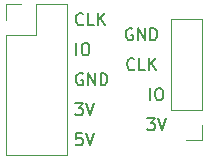
<source format=gbr>
G04 #@! TF.GenerationSoftware,KiCad,Pcbnew,(5.1.5)-2*
G04 #@! TF.CreationDate,2019-12-06T13:47:24+11:00*
G04 #@! TF.ProjectId,SWD-Breakout,5357442d-4272-4656-916b-6f75742e6b69,rev?*
G04 #@! TF.SameCoordinates,Original*
G04 #@! TF.FileFunction,Legend,Top*
G04 #@! TF.FilePolarity,Positive*
%FSLAX46Y46*%
G04 Gerber Fmt 4.6, Leading zero omitted, Abs format (unit mm)*
G04 Created by KiCad (PCBNEW (5.1.5)-2) date 2019-12-06 13:47:24*
%MOMM*%
%LPD*%
G04 APERTURE LIST*
%ADD10C,0.150000*%
%ADD11C,0.120000*%
G04 APERTURE END LIST*
D10*
X141128761Y-76557142D02*
X141081142Y-76604761D01*
X140938285Y-76652380D01*
X140843047Y-76652380D01*
X140700190Y-76604761D01*
X140604952Y-76509523D01*
X140557333Y-76414285D01*
X140509714Y-76223809D01*
X140509714Y-76080952D01*
X140557333Y-75890476D01*
X140604952Y-75795238D01*
X140700190Y-75700000D01*
X140843047Y-75652380D01*
X140938285Y-75652380D01*
X141081142Y-75700000D01*
X141128761Y-75747619D01*
X142033523Y-76652380D02*
X141557333Y-76652380D01*
X141557333Y-75652380D01*
X142366857Y-76652380D02*
X142366857Y-75652380D01*
X142938285Y-76652380D02*
X142509714Y-76080952D01*
X142938285Y-75652380D02*
X142366857Y-76223809D01*
X140557333Y-79192380D02*
X140557333Y-78192380D01*
X141224000Y-78192380D02*
X141414476Y-78192380D01*
X141509714Y-78240000D01*
X141604952Y-78335238D01*
X141652571Y-78525714D01*
X141652571Y-78859047D01*
X141604952Y-79049523D01*
X141509714Y-79144761D01*
X141414476Y-79192380D01*
X141224000Y-79192380D01*
X141128762Y-79144761D01*
X141033523Y-79049523D01*
X140985904Y-78859047D01*
X140985904Y-78525714D01*
X141033523Y-78335238D01*
X141128762Y-78240000D01*
X141224000Y-78192380D01*
X145288095Y-76970000D02*
X145192857Y-76922380D01*
X145050000Y-76922380D01*
X144907142Y-76970000D01*
X144811904Y-77065238D01*
X144764285Y-77160476D01*
X144716666Y-77350952D01*
X144716666Y-77493809D01*
X144764285Y-77684285D01*
X144811904Y-77779523D01*
X144907142Y-77874761D01*
X145050000Y-77922380D01*
X145145238Y-77922380D01*
X145288095Y-77874761D01*
X145335714Y-77827142D01*
X145335714Y-77493809D01*
X145145238Y-77493809D01*
X145764285Y-77922380D02*
X145764285Y-76922380D01*
X146335714Y-77922380D01*
X146335714Y-76922380D01*
X146811904Y-77922380D02*
X146811904Y-76922380D01*
X147050000Y-76922380D01*
X147192857Y-76970000D01*
X147288095Y-77065238D01*
X147335714Y-77160476D01*
X147383333Y-77350952D01*
X147383333Y-77493809D01*
X147335714Y-77684285D01*
X147288095Y-77779523D01*
X147192857Y-77874761D01*
X147050000Y-77922380D01*
X146811904Y-77922380D01*
X145454761Y-80367142D02*
X145407142Y-80414761D01*
X145264285Y-80462380D01*
X145169047Y-80462380D01*
X145026190Y-80414761D01*
X144930952Y-80319523D01*
X144883333Y-80224285D01*
X144835714Y-80033809D01*
X144835714Y-79890952D01*
X144883333Y-79700476D01*
X144930952Y-79605238D01*
X145026190Y-79510000D01*
X145169047Y-79462380D01*
X145264285Y-79462380D01*
X145407142Y-79510000D01*
X145454761Y-79557619D01*
X146359523Y-80462380D02*
X145883333Y-80462380D01*
X145883333Y-79462380D01*
X146692857Y-80462380D02*
X146692857Y-79462380D01*
X147264285Y-80462380D02*
X146835714Y-79890952D01*
X147264285Y-79462380D02*
X146692857Y-80033809D01*
X146796190Y-83002380D02*
X146796190Y-82002380D01*
X147462857Y-82002380D02*
X147653333Y-82002380D01*
X147748571Y-82050000D01*
X147843809Y-82145238D01*
X147891428Y-82335714D01*
X147891428Y-82669047D01*
X147843809Y-82859523D01*
X147748571Y-82954761D01*
X147653333Y-83002380D01*
X147462857Y-83002380D01*
X147367619Y-82954761D01*
X147272380Y-82859523D01*
X147224761Y-82669047D01*
X147224761Y-82335714D01*
X147272380Y-82145238D01*
X147367619Y-82050000D01*
X147462857Y-82002380D01*
X146558095Y-84542380D02*
X147177142Y-84542380D01*
X146843809Y-84923333D01*
X146986666Y-84923333D01*
X147081904Y-84970952D01*
X147129523Y-85018571D01*
X147177142Y-85113809D01*
X147177142Y-85351904D01*
X147129523Y-85447142D01*
X147081904Y-85494761D01*
X146986666Y-85542380D01*
X146700952Y-85542380D01*
X146605714Y-85494761D01*
X146558095Y-85447142D01*
X147462857Y-84542380D02*
X147796190Y-85542380D01*
X148129523Y-84542380D01*
X141081142Y-80780000D02*
X140985904Y-80732380D01*
X140843047Y-80732380D01*
X140700189Y-80780000D01*
X140604951Y-80875238D01*
X140557332Y-80970476D01*
X140509713Y-81160952D01*
X140509713Y-81303809D01*
X140557332Y-81494285D01*
X140604951Y-81589523D01*
X140700189Y-81684761D01*
X140843047Y-81732380D01*
X140938285Y-81732380D01*
X141081142Y-81684761D01*
X141128761Y-81637142D01*
X141128761Y-81303809D01*
X140938285Y-81303809D01*
X141557332Y-81732380D02*
X141557332Y-80732380D01*
X142128761Y-81732380D01*
X142128761Y-80732380D01*
X142604951Y-81732380D02*
X142604951Y-80732380D01*
X142843047Y-80732380D01*
X142985904Y-80780000D01*
X143081142Y-80875238D01*
X143128761Y-80970476D01*
X143176380Y-81160952D01*
X143176380Y-81303809D01*
X143128761Y-81494285D01*
X143081142Y-81589523D01*
X142985904Y-81684761D01*
X142843047Y-81732380D01*
X142604951Y-81732380D01*
X140462095Y-83272380D02*
X141081142Y-83272380D01*
X140747809Y-83653333D01*
X140890666Y-83653333D01*
X140985904Y-83700952D01*
X141033523Y-83748571D01*
X141081142Y-83843809D01*
X141081142Y-84081904D01*
X141033523Y-84177142D01*
X140985904Y-84224761D01*
X140890666Y-84272380D01*
X140604952Y-84272380D01*
X140509714Y-84224761D01*
X140462095Y-84177142D01*
X141366857Y-83272380D02*
X141700190Y-84272380D01*
X142033523Y-83272380D01*
X141033523Y-85812380D02*
X140557333Y-85812380D01*
X140509714Y-86288571D01*
X140557333Y-86240952D01*
X140652571Y-86193333D01*
X140890666Y-86193333D01*
X140985904Y-86240952D01*
X141033523Y-86288571D01*
X141081142Y-86383809D01*
X141081142Y-86621904D01*
X141033523Y-86717142D01*
X140985904Y-86764761D01*
X140890666Y-86812380D01*
X140652571Y-86812380D01*
X140557333Y-86764761D01*
X140509714Y-86717142D01*
X141366857Y-85812380D02*
X141700190Y-86812380D01*
X142033523Y-85812380D01*
D11*
X151190000Y-86420000D02*
X149860000Y-86420000D01*
X151190000Y-85090000D02*
X151190000Y-86420000D01*
X151190000Y-83820000D02*
X148530000Y-83820000D01*
X148530000Y-83820000D02*
X148530000Y-76140000D01*
X151190000Y-83820000D02*
X151190000Y-76140000D01*
X151190000Y-76140000D02*
X148530000Y-76140000D01*
X134560000Y-74870000D02*
X135890000Y-74870000D01*
X134560000Y-76200000D02*
X134560000Y-74870000D01*
X137160000Y-74870000D02*
X139760000Y-74870000D01*
X137160000Y-77470000D02*
X137160000Y-74870000D01*
X134560000Y-77470000D02*
X137160000Y-77470000D01*
X139760000Y-74870000D02*
X139760000Y-87690000D01*
X134560000Y-77470000D02*
X134560000Y-87690000D01*
X134560000Y-87690000D02*
X139760000Y-87690000D01*
M02*

</source>
